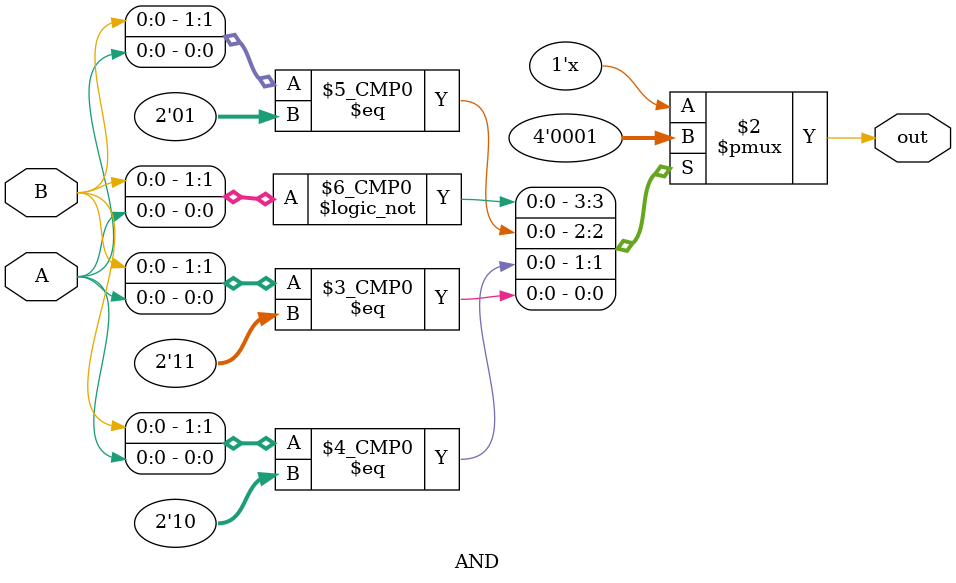
<source format=v>


module AND(output out,input A,B);
always@(B,A)
 begin
  case({B,A})
   2'b00: {out} = 1'b0;
   2'b01: {out} = 1'b0;
   2'b10: {out} = 1'b0;
   2'b11: {out} = 1'b1;
  endcase
 end
endmodule


</source>
